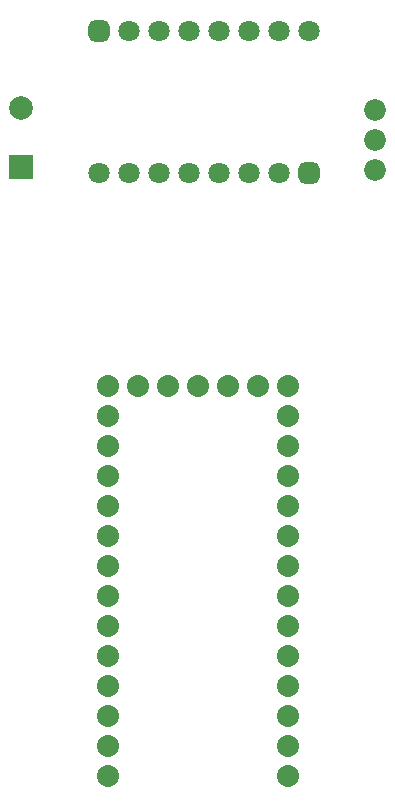
<source format=gbs>
G04*
G04 #@! TF.GenerationSoftware,Altium Limited,Altium Designer,21.8.1 (53)*
G04*
G04 Layer_Color=16711935*
%FSLAX25Y25*%
%MOIN*%
G70*
G04*
G04 #@! TF.SameCoordinates,1476896B-5F1A-493A-A4EA-86BB9D18E634*
G04*
G04*
G04 #@! TF.FilePolarity,Negative*
G04*
G01*
G75*
%ADD29C,0.07355*%
%ADD30C,0.07237*%
%ADD31R,0.07887X0.07887*%
%ADD32C,0.07887*%
%ADD33C,0.07099*%
G04:AMPARAMS|DCode=34|XSize=70.99mil|YSize=70.99mil|CornerRadius=19.75mil|HoleSize=0mil|Usage=FLASHONLY|Rotation=180.000|XOffset=0mil|YOffset=0mil|HoleType=Round|Shape=RoundedRectangle|*
%AMROUNDEDRECTD34*
21,1,0.07099,0.03150,0,0,180.0*
21,1,0.03150,0.07099,0,0,180.0*
1,1,0.03950,-0.01575,0.01575*
1,1,0.03950,0.01575,0.01575*
1,1,0.03950,0.01575,-0.01575*
1,1,0.03950,-0.01575,-0.01575*
%
%ADD34ROUNDEDRECTD34*%
D29*
X199000Y114000D02*
D03*
Y124000D02*
D03*
Y134000D02*
D03*
Y144000D02*
D03*
Y154000D02*
D03*
Y164000D02*
D03*
Y174000D02*
D03*
Y184000D02*
D03*
Y194000D02*
D03*
Y204000D02*
D03*
Y214000D02*
D03*
Y224000D02*
D03*
Y234000D02*
D03*
Y244000D02*
D03*
X189000D02*
D03*
X179000D02*
D03*
X169000D02*
D03*
X159000D02*
D03*
X149000D02*
D03*
X139000D02*
D03*
Y234000D02*
D03*
Y224000D02*
D03*
Y214000D02*
D03*
Y204000D02*
D03*
Y194000D02*
D03*
Y184000D02*
D03*
Y174000D02*
D03*
Y164000D02*
D03*
Y154000D02*
D03*
Y144000D02*
D03*
Y134000D02*
D03*
Y124000D02*
D03*
Y114000D02*
D03*
D30*
X228000Y336000D02*
D03*
Y326000D02*
D03*
Y316000D02*
D03*
D31*
X110000Y317000D02*
D03*
D32*
Y336685D02*
D03*
D33*
X156000Y315000D02*
D03*
X176000D02*
D03*
X196000D02*
D03*
X186000D02*
D03*
X166000D02*
D03*
X146000D02*
D03*
X136000D02*
D03*
X186000Y362244D02*
D03*
X166000D02*
D03*
X146000D02*
D03*
X156000D02*
D03*
X176000D02*
D03*
X196000D02*
D03*
X206000D02*
D03*
D34*
Y315000D02*
D03*
X136000Y362244D02*
D03*
M02*

</source>
